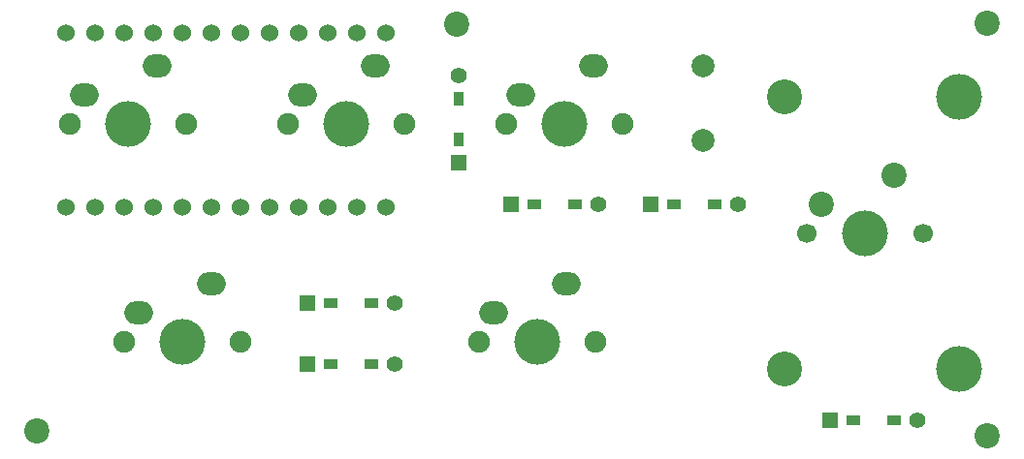
<source format=gbs>
G04 #@! TF.GenerationSoftware,KiCad,Pcbnew,(7.0.0)*
G04 #@! TF.CreationDate,2023-09-07T17:01:30+09:00*
G04 #@! TF.ProjectId,iso6,69736f36-2e6b-4696-9361-645f70636258,rev?*
G04 #@! TF.SameCoordinates,Original*
G04 #@! TF.FileFunction,Soldermask,Bot*
G04 #@! TF.FilePolarity,Negative*
%FSLAX46Y46*%
G04 Gerber Fmt 4.6, Leading zero omitted, Abs format (unit mm)*
G04 Created by KiCad (PCBNEW (7.0.0)) date 2023-09-07 17:01:30*
%MOMM*%
%LPD*%
G01*
G04 APERTURE LIST*
%ADD10R,1.397000X1.397000*%
%ADD11R,1.300000X0.950000*%
%ADD12C,1.397000*%
%ADD13C,2.000000*%
%ADD14C,2.200000*%
%ADD15C,1.524000*%
%ADD16C,1.900000*%
%ADD17C,4.000000*%
%ADD18O,2.500000X2.000000*%
%ADD19C,3.050000*%
%ADD20C,1.700000*%
%ADD21R,0.950000X1.300000*%
G04 APERTURE END LIST*
D10*
X102614999Y-52599999D03*
D11*
X104649999Y-52599999D03*
X108199999Y-52599999D03*
D12*
X110235000Y-52600000D03*
D13*
X107156300Y-40481200D03*
X107156300Y-46981200D03*
D14*
X85650000Y-36875000D03*
D15*
X51580000Y-37600000D03*
X54120000Y-37600000D03*
X56660000Y-37600000D03*
X59200000Y-37600000D03*
X61740000Y-37600000D03*
X64280000Y-37600000D03*
X66820000Y-37600000D03*
X69360000Y-37600000D03*
X71900000Y-37600000D03*
X74440000Y-37600000D03*
X76980000Y-37600000D03*
X79520000Y-37600000D03*
X79520000Y-52820000D03*
X76980000Y-52820000D03*
X74440000Y-52820000D03*
X71900000Y-52820000D03*
X69360000Y-52820000D03*
X66820000Y-52820000D03*
X64280000Y-52820000D03*
X61740000Y-52820000D03*
X59200000Y-52820000D03*
X56660000Y-52820000D03*
X54120000Y-52820000D03*
X51580000Y-52820000D03*
D10*
X90414999Y-52599999D03*
D11*
X92449999Y-52599999D03*
X95999999Y-52599999D03*
D12*
X98035000Y-52600000D03*
D16*
X70961300Y-45561200D03*
D17*
X76041300Y-45561200D03*
D16*
X81121300Y-45561200D03*
D18*
X72231299Y-43021199D03*
X78581299Y-40481199D03*
D16*
X87630000Y-64611200D03*
D17*
X92710000Y-64611200D03*
D16*
X97790000Y-64611200D03*
D18*
X88899999Y-62071199D03*
X95249999Y-59531199D03*
D16*
X56673800Y-64611200D03*
D17*
X61753800Y-64611200D03*
D16*
X66833800Y-64611200D03*
D18*
X57943799Y-62071199D03*
X64293799Y-59531199D03*
D10*
X72614999Y-61199999D03*
D11*
X74649999Y-61199999D03*
X78199999Y-61199999D03*
D12*
X80235000Y-61200000D03*
D19*
X114300000Y-43200000D03*
X114300000Y-67000000D03*
D20*
X116220000Y-55100000D03*
D17*
X121300000Y-55100000D03*
D20*
X126380000Y-55100000D03*
D17*
X129540000Y-43200000D03*
X129540000Y-67000000D03*
D14*
X123840000Y-50020000D03*
X117490000Y-52560000D03*
D10*
X118239999Y-71437499D03*
D11*
X120274999Y-71437499D03*
X123824999Y-71437499D03*
D12*
X125860000Y-71437500D03*
D14*
X132000000Y-36725000D03*
X132000000Y-72800000D03*
D10*
X72599999Y-66599999D03*
D11*
X74634999Y-66599999D03*
X78184999Y-66599999D03*
D12*
X80220000Y-66600000D03*
D14*
X49025000Y-72375000D03*
D10*
X85799999Y-48984999D03*
D21*
X85799999Y-46949999D03*
X85799999Y-43399999D03*
D12*
X85800000Y-41365000D03*
D16*
X51911300Y-45561200D03*
D17*
X56991300Y-45561200D03*
D16*
X62071300Y-45561200D03*
D18*
X53181299Y-43021199D03*
X59531299Y-40481199D03*
D16*
X90020000Y-45560000D03*
D17*
X95100000Y-45560000D03*
D16*
X100180000Y-45560000D03*
D18*
X91289999Y-43019999D03*
X97639999Y-40479999D03*
M02*

</source>
